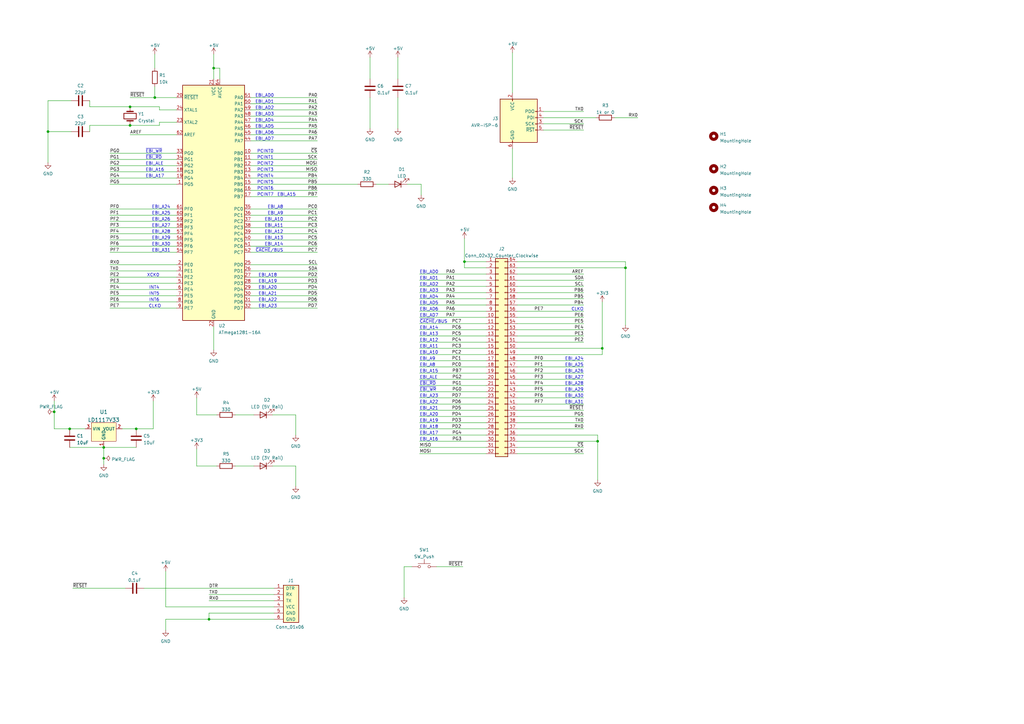
<source format=kicad_sch>
(kicad_sch (version 20211123) (generator eeschema)
  (paper "A3")
  (title_block (title "Atmega1281 Devboard (TQFP edition)") (date "2022-02-14") (rev "1") (company "Joshua Scoggins") (comment 1 "Uses common 32-bit connector"))
  (lib_symbols
    (symbol "Connector:AVR-ISP-6" (pin_names (offset 1.016))
      (property "Reference" "J?" (at -8.3819 2.1785 0))
      (property "Value" "AVR-ISP-6" (at -8.3819 -0.5966 0))
      (symbol "AVR-ISP-6_1_1"
        (pin passive line (at 10.16 5.08 180) (length 2.54) (name "PDO") (number "1"))
        (pin passive line (at -2.54 12.7 270) (length 2.54) (name "VCC") (number "2"))
        (pin passive line (at 10.16 0 180) (length 2.54) (name "SCK") (number "3"))
        (pin passive line (at 10.16 2.54 180) (length 2.54) (name "PDI") (number "4"))
        (pin passive line (at 10.16 -2.54 180) (length 2.54) (name "~{RST}") (number "5"))
        (pin passive line (at -2.54 -10.16 90) (length 2.54) (name "GND") (number "6"))
      )
    )
    (symbol "Connector_Generic:Conn_01x06" (pin_names (offset 1.016))
      (property "Reference" "J1" (at 3.175 8.255 0))
      (property "Value" "Conn_01x06" (at -1.27 -10.795 0))
      (symbol "Conn_01x06_1_1"
        (pin passive line (at -5.08 5.08 0) (length 3.81) (name "DTR") (number "1"))
        (pin passive line (at -5.08 2.54 0) (length 3.81) (name "RX") (number "2"))
        (pin passive line (at -5.08 0 0) (length 3.81) (name "TX") (number "3"))
        (pin passive line (at -5.08 -2.54 0) (length 3.81) (name "VCC") (number "4"))
        (pin passive line (at -5.08 -5.08 0) (length 3.81) (name "GND") (number "5"))
        (pin passive line (at -5.08 -7.62 0) (length 3.81) (name "GND") (number "6"))
      )
    )
    (symbol "Connector_Generic:Conn_02x32_Counter_Clockwise" (pin_names (offset 1.016) hide)
      (property "Reference" "J" (at 1.27 40.64 0))
      (property "Value" "Conn_02x32_Counter_Clockwise" (at 1.27 -43.18 0))
      (symbol "Conn_02x32_Counter_Clockwise_1_1"
        (pin passive line (at -5.08 38.1 0) (length 3.81) (name "Pin_1") (number "1"))
        (pin passive line (at -5.08 15.24 0) (length 3.81) (name "Pin_10") (number "10"))
        (pin passive line (at -5.08 12.7 0) (length 3.81) (name "Pin_11") (number "11"))
        (pin passive line (at -5.08 10.16 0) (length 3.81) (name "Pin_12") (number "12"))
        (pin passive line (at -5.08 7.62 0) (length 3.81) (name "Pin_13") (number "13"))
        (pin passive line (at -5.08 5.08 0) (length 3.81) (name "Pin_14") (number "14"))
        (pin passive line (at -5.08 2.54 0) (length 3.81) (name "Pin_15") (number "15"))
        (pin passive line (at -5.08 0 0) (length 3.81) (name "Pin_16") (number "16"))
        (pin passive line (at -5.08 -2.54 0) (length 3.81) (name "Pin_17") (number "17"))
        (pin passive line (at -5.08 -5.08 0) (length 3.81) (name "Pin_18") (number "18"))
        (pin passive line (at -5.08 -7.62 0) (length 3.81) (name "Pin_19") (number "19"))
        (pin passive line (at -5.08 35.56 0) (length 3.81) (name "Pin_2") (number "2"))
        (pin passive line (at -5.08 -10.16 0) (length 3.81) (name "Pin_20") (number "20"))
        (pin passive line (at -5.08 -12.7 0) (length 3.81) (name "Pin_21") (number "21"))
        (pin passive line (at -5.08 -15.24 0) (length 3.81) (name "Pin_22") (number "22"))
        (pin passive line (at -5.08 -17.78 0) (length 3.81) (name "Pin_23") (number "23"))
        (pin passive line (at -5.08 -20.32 0) (length 3.81) (name "Pin_24") (number "24"))
        (pin passive line (at -5.08 -22.86 0) (length 3.81) (name "Pin_25") (number "25"))
        (pin passive line (at -5.08 -25.4 0) (length 3.81) (name "Pin_26") (number "26"))
        (pin passive line (at -5.08 -27.94 0) (length 3.81) (name "Pin_27") (number "27"))
        (pin passive line (at -5.08 -30.48 0) (length 3.81) (name "Pin_28") (number "28"))
        (pin passive line (at -5.08 -33.02 0) (length 3.81) (name "Pin_29") (number "29"))
        (pin passive line (at -5.08 33.02 0) (length 3.81) (name "Pin_3") (number "3"))
        (pin passive line (at -5.08 -35.56 0) (length 3.81) (name "Pin_30") (number "30"))
        (pin passive line (at -5.08 -38.1 0) (length 3.81) (name "Pin_31") (number "31"))
        (pin passive line (at -5.08 -40.64 0) (length 3.81) (name "Pin_32") (number "32"))
        (pin passive line (at 7.62 -40.64 180) (length 3.81) (name "Pin_33") (number "33"))
        (pin passive line (at 7.62 -38.1 180) (length 3.81) (name "Pin_34") (number "34"))
        (pin passive line (at 7.62 -35.56 180) (length 3.81) (name "Pin_35") (number "35"))
        (pin passive line (at 7.62 -33.02 180) (length 3.81) (name "Pin_36") (number "36"))
        (pin passive line (at 7.62 -30.48 180) (length 3.81) (name "Pin_37") (number "37"))
        (pin passive line (at 7.62 -27.94 180) (length 3.81) (name "Pin_38") (number "38"))
        (pin passive line (at 7.62 -25.4 180) (length 3.81) (name "Pin_39") (number "39"))
        (pin passive line (at -5.08 30.48 0) (length 3.81) (name "Pin_4") (number "4"))
        (pin passive line (at 7.62 -22.86 180) (length 3.81) (name "Pin_40") (number "40"))
        (pin passive line (at 7.62 -20.32 180) (length 3.81) (name "Pin_41") (number "41"))
        (pin passive line (at 7.62 -17.78 180) (length 3.81) (name "Pin_42") (number "42"))
        (pin passive line (at 7.62 -15.24 180) (length 3.81) (name "Pin_43") (number "43"))
        (pin passive line (at 7.62 -12.7 180) (length 3.81) (name "Pin_44") (number "44"))
        (pin passive line (at 7.62 -10.16 180) (length 3.81) (name "Pin_45") (number "45"))
        (pin passive line (at 7.62 -7.62 180) (length 3.81) (name "Pin_46") (number "46"))
        (pin passive line (at 7.62 -5.08 180) (length 3.81) (name "Pin_47") (number "47"))
        (pin passive line (at 7.62 -2.54 180) (length 3.81) (name "Pin_48") (number "48"))
        (pin passive line (at 7.62 0 180) (length 3.81) (name "Pin_49") (number "49"))
        (pin passive line (at -5.08 27.94 0) (length 3.81) (name "Pin_5") (number "5"))
        (pin passive line (at 7.62 2.54 180) (length 3.81) (name "Pin_50") (number "50"))
        (pin passive line (at 7.62 5.08 180) (length 3.81) (name "Pin_51") (number "51"))
        (pin passive line (at 7.62 7.62 180) (length 3.81) (name "Pin_52") (number "52"))
        (pin passive line (at 7.62 10.16 180) (length 3.81) (name "Pin_53") (number "53"))
        (pin passive line (at 7.62 12.7 180) (length 3.81) (name "Pin_54") (number "54"))
        (pin passive line (at 7.62 15.24 180) (length 3.81) (name "Pin_55") (number "55"))
        (pin passive line (at 7.62 17.78 180) (length 3.81) (name "Pin_56") (number "56"))
        (pin passive line (at 7.62 20.32 180) (length 3.81) (name "Pin_57") (number "57"))
        (pin passive line (at 7.62 22.86 180) (length 3.81) (name "Pin_58") (number "58"))
        (pin passive line (at 7.62 25.4 180) (length 3.81) (name "Pin_59") (number "59"))
        (pin passive line (at -5.08 25.4 0) (length 3.81) (name "Pin_6") (number "6"))
        (pin passive line (at 7.62 27.94 180) (length 3.81) (name "Pin_60") (number "60"))
        (pin passive line (at 7.62 30.48 180) (length 3.81) (name "Pin_61") (number "61"))
        (pin passive line (at 7.62 33.02 180) (length 3.81) (name "Pin_62") (number "62"))
        (pin passive line (at 7.62 35.56 180) (length 3.81) (name "Pin_63") (number "63"))
        (pin passive line (at 7.62 38.1 180) (length 3.81) (name "Pin_64") (number "64"))
        (pin passive line (at -5.08 22.86 0) (length 3.81) (name "Pin_7") (number "7"))
        (pin passive line (at -5.08 20.32 0) (length 3.81) (name "Pin_8") (number "8"))
        (pin passive line (at -5.08 17.78 0) (length 3.81) (name "Pin_9") (number "9"))
      )
    )
    (symbol "Device:C" (pin_numbers hide) (pin_names (offset 0.254))
      (property "Reference" "C" (at 0.635 2.54 0))
      (property "Value" "C" (at 0.635 -2.54 0))
      (symbol "C_1_1"
        (pin passive line (at 0 3.81 270) (length 2.794) (name "~") (number "1"))
        (pin passive line (at 0 -3.81 90) (length 2.794) (name "~") (number "2"))
      )
    )
    (symbol "Device:Crystal" (pin_numbers hide) (pin_names (offset 1.016) hide)
      (property "Reference" "Y" (at 0 3.81 0))
      (property "Value" "Crystal" (at 0 -3.81 0))
      (symbol "Crystal_1_1"
        (pin passive line (at -3.81 0 0) (length 1.27) (name "1") (number "1"))
        (pin passive line (at 3.81 0 180) (length 1.27) (name "2") (number "2"))
      )
    )
    (symbol "Device:LED" (pin_numbers hide) (pin_names (offset 1.016) hide)
      (property "Reference" "D" (at 0 2.54 0))
      (property "Value" "LED" (at 0 -2.54 0))
      (symbol "LED_1_1"
        (pin passive line (at -3.81 0 0) (length 2.54) (name "K") (number "1"))
        (pin passive line (at 3.81 0 180) (length 2.54) (name "A") (number "2"))
      )
    )
    (symbol "Device:R" (pin_numbers hide) (pin_names (offset 0))
      (property "Reference" "R" (at 2.032 0 90))
      (property "Value" "R" (at 0 0 90))
      (symbol "R_1_1"
        (pin passive line (at 0 3.81 270) (length 1.27) (name "~") (number "1"))
        (pin passive line (at 0 -3.81 90) (length 1.27) (name "~") (number "2"))
      )
    )
    (symbol "MCU_Microchip_ATmega:ATmega1281-16A"
      (property "Reference" "U" (at -12.7 49.53 0))
      (property "Value" "ATmega1281-16A" (at 2.54 -49.53 0))
      (symbol "ATmega1281-16A_1_1"
        (pin bidirectional line (at -15.24 7.62 0) (length 2.54) (name "PG5") (number "1"))
        (pin bidirectional line (at 15.24 20.32 180) (length 2.54) (name "PB0") (number "10"))
        (pin bidirectional line (at 15.24 17.78 180) (length 2.54) (name "PB1") (number "11"))
        (pin bidirectional line (at 15.24 15.24 180) (length 2.54) (name "PB2") (number "12"))
        (pin bidirectional line (at 15.24 12.7 180) (length 2.54) (name "PB3") (number "13"))
        (pin bidirectional line (at 15.24 10.16 180) (length 2.54) (name "PB4") (number "14"))
        (pin bidirectional line (at 15.24 7.62 180) (length 2.54) (name "PB5") (number "15"))
        (pin bidirectional line (at 15.24 5.08 180) (length 2.54) (name "PB6") (number "16"))
        (pin bidirectional line (at 15.24 2.54 180) (length 2.54) (name "PB7") (number "17"))
        (pin bidirectional line (at -15.24 12.7 0) (length 2.54) (name "PG3") (number "18"))
        (pin bidirectional line (at -15.24 10.16 0) (length 2.54) (name "PG4") (number "19"))
        (pin bidirectional line (at -15.24 -25.4 0) (length 2.54) (name "PE0") (number "2"))
        (pin input line (at -15.24 43.18 0) (length 2.54) (name "~{RESET}") (number "20"))
        (pin power_in line (at 0 50.8 270) (length 2.54) (name "VCC") (number "21"))
        (pin power_in line (at 0 -50.8 90) (length 2.54) (name "GND") (number "22"))
        (pin output line (at -15.24 33.02 0) (length 2.54) (name "XTAL2") (number "23"))
        (pin input line (at -15.24 38.1 0) (length 2.54) (name "XTAL1") (number "24"))
        (pin bidirectional line (at 15.24 -25.4 180) (length 2.54) (name "PD0") (number "25"))
        (pin bidirectional line (at 15.24 -27.94 180) (length 2.54) (name "PD1") (number "26"))
        (pin bidirectional line (at 15.24 -30.48 180) (length 2.54) (name "PD2") (number "27"))
        (pin bidirectional line (at 15.24 -33.02 180) (length 2.54) (name "PD3") (number "28"))
        (pin bidirectional line (at 15.24 -35.56 180) (length 2.54) (name "PD4") (number "29"))
        (pin bidirectional line (at -15.24 -27.94 0) (length 2.54) (name "PE1") (number "3"))
        (pin bidirectional line (at 15.24 -38.1 180) (length 2.54) (name "PD5") (number "30"))
        (pin bidirectional line (at 15.24 -40.64 180) (length 2.54) (name "PD6") (number "31"))
        (pin bidirectional line (at 15.24 -43.18 180) (length 2.54) (name "PD7") (number "32"))
        (pin bidirectional line (at -15.24 20.32 0) (length 2.54) (name "PG0") (number "33"))
        (pin bidirectional line (at -15.24 17.78 0) (length 2.54) (name "PG1") (number "34"))
        (pin bidirectional line (at 15.24 -2.54 180) (length 2.54) (name "PC0") (number "35"))
        (pin bidirectional line (at 15.24 -5.08 180) (length 2.54) (name "PC1") (number "36"))
        (pin bidirectional line (at 15.24 -7.62 180) (length 2.54) (name "PC2") (number "37"))
        (pin bidirectional line (at 15.24 -10.16 180) (length 2.54) (name "PC3") (number "38"))
        (pin bidirectional line (at 15.24 -12.7 180) (length 2.54) (name "PC4") (number "39"))
        (pin bidirectional line (at -15.24 -30.48 0) (length 2.54) (name "PE2") (number "4"))
        (pin bidirectional line (at 15.24 -15.24 180) (length 2.54) (name "PC5") (number "40"))
        (pin bidirectional line (at 15.24 -17.78 180) (length 2.54) (name "PC6") (number "41"))
        (pin bidirectional line (at 15.24 -20.32 180) (length 2.54) (name "PC7") (number "42"))
        (pin bidirectional line (at -15.24 15.24 0) (length 2.54) (name "PG2") (number "43"))
        (pin bidirectional line (at 15.24 25.4 180) (length 2.54) (name "PA7") (number "44"))
        (pin bidirectional line (at 15.24 27.94 180) (length 2.54) (name "PA6") (number "45"))
        (pin bidirectional line (at 15.24 30.48 180) (length 2.54) (name "PA5") (number "46"))
        (pin bidirectional line (at 15.24 33.02 180) (length 2.54) (name "PA4") (number "47"))
        (pin bidirectional line (at 15.24 35.56 180) (length 2.54) (name "PA3") (number "48"))
        (pin bidirectional line (at 15.24 38.1 180) (length 2.54) (name "PA2") (number "49"))
        (pin bidirectional line (at -15.24 -33.02 0) (length 2.54) (name "PE3") (number "5"))
        (pin bidirectional line (at 15.24 40.64 180) (length 2.54) (name "PA1") (number "50"))
        (pin bidirectional line (at 15.24 43.18 180) (length 2.54) (name "PA0") (number "51"))
        (pin passive line (at 0 50.8 270) (length 2.54) hide (name "VCC") (number "52"))
        (pin passive line (at 0 -50.8 90) (length 2.54) hide (name "GND") (number "53"))
        (pin bidirectional line (at -15.24 -20.32 0) (length 2.54) (name "PF7") (number "54"))
        (pin bidirectional line (at -15.24 -17.78 0) (length 2.54) (name "PF6") (number "55"))
        (pin bidirectional line (at -15.24 -15.24 0) (length 2.54) (name "PF5") (number "56"))
        (pin bidirectional line (at -15.24 -12.7 0) (length 2.54) (name "PF4") (number "57"))
        (pin bidirectional line (at -15.24 -10.16 0) (length 2.54) (name "PF3") (number "58"))
        (pin bidirectional line (at -15.24 -7.62 0) (length 2.54) (name "PF2") (number "59"))
        (pin bidirectional line (at -15.24 -35.56 0) (length 2.54) (name "PE4") (number "6"))
        (pin bidirectional line (at -15.24 -5.08 0) (length 2.54) (name "PF1") (number "60"))
        (pin bidirectional line (at -15.24 -2.54 0) (length 2.54) (name "PF0") (number "61"))
        (pin passive line (at -15.24 27.94 0) (length 2.54) (name "AREF") (number "62"))
        (pin passive line (at 0 -50.8 90) (length 2.54) hide (name "GND") (number "63"))
        (pin power_in line (at 2.54 50.8 270) (length 2.54) (name "AVCC") (number "64"))
        (pin bidirectional line (at -15.24 -38.1 0) (length 2.54) (name "PE5") (number "7"))
        (pin bidirectional line (at -15.24 -40.64 0) (length 2.54) (name "PE6") (number "8"))
        (pin bidirectional line (at -15.24 -43.18 0) (length 2.54) (name "PE7") (number "9"))
      )
    )
    (symbol "Mechanical:MountingHole" (pin_names (offset 1.016))
      (property "Reference" "H" (at 0 5.08 0))
      (property "Value" "MountingHole" (at 0 3.175 0))
    )
    (symbol "Switch:SW_Push" (pin_numbers hide) (pin_names (offset 1.016) hide)
      (property "Reference" "SW" (at 1.27 2.54 0))
      (property "Value" "SW_Push" (at 0 -1.524 0))
      (symbol "SW_Push_0_1"
        (pin passive line (at -5.08 0 0) (length 2.54) (name "1") (number "1"))
        (pin passive line (at 5.08 0 180) (length 2.54) (name "2") (number "2"))
      )
    )
    (symbol "dk_PMIC-Voltage-Regulators-Linear:LD1117V33"
      (property "Reference" "U" (at 0 3.81 0))
      (property "Value" "LD1117V33" (at 0 6.35 0))
      (symbol "LD1117V33_1_1"
        (pin power_in line (at 0 -7.62 90) (length 2.54) (name "GND") (number "1"))
        (pin power_out line (at 7.62 0 180) (length 2.54) (name "VOUT") (number "2"))
        (pin power_in line (at -7.62 0 0) (length 2.54) (name "VIN") (number "3"))
      )
    )
    (symbol "power:+3.3V" (power) (pin_names (offset 0))
      (property "Value" "+3.3V" (at 0 3.556 0))
      (symbol "+3.3V_1_1"
        (pin power_in line (at 0 0 90) (length 0) hide (name "+3V3") (number "1"))
      )
    )
    (symbol "power:+5V" (power) (pin_names (offset 0))
      (property "Value" "+5V" (at 0 3.556 0))
      (symbol "+5V_1_1"
        (pin power_in line (at 0 0 90) (length 0) hide (name "+5V") (number "1"))
      )
    )
    (symbol "power:GND" (power) (pin_names (offset 0))
      (property "Value" "GND" (at 0 -3.81 0))
      (symbol "GND_1_1"
        (pin power_in line (at 0 0 270) (length 0) hide (name "GND") (number "1"))
      )
    )
    (symbol "power:PWR_FLAG" (power) (pin_numbers hide) (pin_names (offset 0) hide)
      (property "Value" "PWR_FLAG" (at 0 3.81 0))
      (symbol "PWR_FLAG_0_0"
        (pin power_out line (at 0 0 90) (length 0) (name "pwr") (number "1"))
      )
    )
  )
  (junction (at 190.5 107.315))
  (junction (at 53.34 51.435))
  (junction (at 55.88 175.895))
  (junction (at 256.54 109.855))
  (junction (at 85.725 254))
  (junction (at 28.575 175.895))
  (junction (at 42.545 187.96))
  (junction (at 245.11 180.975))
  (junction (at 53.34 43.815))
  (junction (at 63.5 40.005))
  (junction (at 87.63 27.94))
  (junction (at 22.225 168.91))
  (junction (at 42.545 183.515))
  (junction (at 247.015 142.875))
  (junction (at 19.685 53.975))
  (wire (pts (xy 63.5 35.56) (xy 63.5 40.005)))
  (wire (pts (xy 212.09 120.015) (xy 239.395 120.015)))
  (wire (pts (xy 245.11 178.435) (xy 245.11 180.975)))
  (wire (pts (xy 239.395 173.355) (xy 212.09 173.355)))
  (wire (pts (xy 55.88 175.895) (xy 62.865 175.895)))
  (wire (pts (xy 212.09 140.335) (xy 239.395 140.335)))
  (wire (pts (xy 102.87 116.205) (xy 130.175 116.205)))
  (wire (pts (xy 85.725 246.38) (xy 112.395 246.38)))
  (wire (pts (xy 212.09 107.315) (xy 256.54 107.315)))
  (wire (pts (xy 212.09 109.855) (xy 256.54 109.855)))
  (wire (pts (xy 256.54 109.855) (xy 256.54 133.35)))
  (wire (pts (xy 172.085 155.575) (xy 199.39 155.575)))
  (wire (pts (xy 199.39 114.935) (xy 172.085 114.935)))
  (wire (pts (xy 212.09 155.575) (xy 239.395 155.575)))
  (wire (pts (xy 239.395 183.515) (xy 212.09 183.515)))
  (wire (pts (xy 50.165 175.895) (xy 55.88 175.895)))
  (wire (pts (xy 102.87 40.005) (xy 130.175 40.005)))
  (wire (pts (xy 45.085 65.405) (xy 72.39 65.405)))
  (wire (pts (xy 72.39 103.505) (xy 45.085 103.505)))
  (wire (pts (xy 212.09 147.955) (xy 239.395 147.955)))
  (wire (pts (xy 222.885 48.26) (xy 244.475 48.26)))
  (wire (pts (xy 80.645 184.15) (xy 80.645 191.135)))
  (wire (pts (xy 172.085 186.055) (xy 199.39 186.055)))
  (wire (pts (xy 172.085 170.815) (xy 199.39 170.815)))
  (wire (pts (xy 90.17 32.385) (xy 90.17 27.94)))
  (wire (pts (xy 45.085 62.865) (xy 72.39 62.865)))
  (wire (pts (xy 212.09 165.735) (xy 239.395 165.735)))
  (wire (pts (xy 222.885 50.8) (xy 239.395 50.8)))
  (wire (pts (xy 199.39 127.635) (xy 172.085 127.635)))
  (wire (pts (xy 72.39 90.805) (xy 45.085 90.805)))
  (wire (pts (xy 165.735 232.41) (xy 165.735 245.11)))
  (wire (pts (xy 102.87 88.265) (xy 130.175 88.265)))
  (wire (pts (xy 102.87 95.885) (xy 130.175 95.885)))
  (wire (pts (xy 65.405 43.815) (xy 65.405 45.085)))
  (wire (pts (xy 42.545 183.515) (xy 55.88 183.515)))
  (wire (pts (xy 154.305 75.565) (xy 159.385 75.565)))
  (wire (pts (xy 72.39 111.125) (xy 45.085 111.125)))
  (wire (pts (xy 45.085 126.365) (xy 72.39 126.365)))
  (wire (pts (xy 210.185 60.96) (xy 210.185 73.025)))
  (wire (pts (xy 172.085 165.735) (xy 199.39 165.735)))
  (wire (pts (xy 239.395 186.055) (xy 212.09 186.055)))
  (wire (pts (xy 22.225 168.91) (xy 22.225 175.895)))
  (wire (pts (xy 212.09 145.415) (xy 247.015 145.415)))
  (wire (pts (xy 199.39 142.875) (xy 172.085 142.875)))
  (wire (pts (xy 172.085 163.195) (xy 199.39 163.195)))
  (wire (pts (xy 67.945 254) (xy 67.945 258.445)))
  (wire (pts (xy 28.575 183.515) (xy 42.545 183.515)))
  (wire (pts (xy 121.285 170.18) (xy 121.285 178.435)))
  (wire (pts (xy 36.83 43.815) (xy 36.83 41.275)))
  (wire (pts (xy 210.185 21.59) (xy 210.185 38.1)))
  (wire (pts (xy 90.17 27.94) (xy 87.63 27.94)))
  (wire (pts (xy 102.87 90.805) (xy 130.175 90.805)))
  (wire (pts (xy 67.945 234.315) (xy 67.945 248.92)))
  (wire (pts (xy 72.39 93.345) (xy 45.085 93.345)))
  (wire (pts (xy 121.285 191.135) (xy 121.285 199.39)))
  (wire (pts (xy 102.87 67.945) (xy 130.175 67.945)))
  (wire (pts (xy 102.87 57.785) (xy 130.175 57.785)))
  (wire (pts (xy 63.5 40.005) (xy 72.39 40.005)))
  (wire (pts (xy 172.085 180.975) (xy 199.39 180.975)))
  (wire (pts (xy 34.925 175.895) (xy 28.575 175.895)))
  (wire (pts (xy 212.09 117.475) (xy 239.395 117.475)))
  (wire (pts (xy 245.11 178.435) (xy 212.09 178.435)))
  (wire (pts (xy 72.39 118.745) (xy 45.085 118.745)))
  (wire (pts (xy 72.39 95.885) (xy 45.085 95.885)))
  (wire (pts (xy 222.885 53.34) (xy 239.395 53.34)))
  (wire (pts (xy 28.575 175.895) (xy 22.225 175.895)))
  (wire (pts (xy 102.87 108.585) (xy 130.175 108.585)))
  (wire (pts (xy 199.39 150.495) (xy 172.085 150.495)))
  (wire (pts (xy 172.085 175.895) (xy 199.39 175.895)))
  (wire (pts (xy 19.685 53.975) (xy 19.685 66.675)))
  (wire (pts (xy 199.39 109.855) (xy 190.5 109.855)))
  (wire (pts (xy 151.765 40.005) (xy 151.765 52.705)))
  (wire (pts (xy 172.085 183.515) (xy 199.39 183.515)))
  (wire (pts (xy 190.5 97.79) (xy 190.5 107.315)))
  (wire (pts (xy 19.685 41.275) (xy 19.685 53.975)))
  (wire (pts (xy 53.34 43.815) (xy 36.83 43.815)))
  (wire (pts (xy 212.09 127.635) (xy 239.395 127.635)))
  (wire (pts (xy 65.405 45.085) (xy 72.39 45.085)))
  (wire (pts (xy 199.39 147.955) (xy 172.085 147.955)))
  (wire (pts (xy 212.09 132.715) (xy 239.395 132.715)))
  (wire (pts (xy 45.085 73.025) (xy 72.39 73.025)))
  (wire (pts (xy 65.405 51.435) (xy 65.405 50.165)))
  (wire (pts (xy 212.09 135.255) (xy 239.395 135.255)))
  (wire (pts (xy 172.085 178.435) (xy 199.39 178.435)))
  (wire (pts (xy 172.085 168.275) (xy 199.39 168.275)))
  (wire (pts (xy 212.09 112.395) (xy 239.395 112.395)))
  (wire (pts (xy 85.725 254) (xy 112.395 254)))
  (wire (pts (xy 102.87 121.285) (xy 130.175 121.285)))
  (wire (pts (xy 212.09 130.175) (xy 239.395 130.175)))
  (wire (pts (xy 29.845 241.3) (xy 51.435 241.3)))
  (wire (pts (xy 247.015 123.825) (xy 247.015 142.875)))
  (wire (pts (xy 239.395 168.275) (xy 212.09 168.275)))
  (wire (pts (xy 212.09 114.935) (xy 239.395 114.935)))
  (wire (pts (xy 102.87 100.965) (xy 130.175 100.965)))
  (wire (pts (xy 172.085 158.115) (xy 199.39 158.115)))
  (wire (pts (xy 45.085 75.565) (xy 72.39 75.565)))
  (wire (pts (xy 80.645 163.195) (xy 80.645 170.18)))
  (wire (pts (xy 199.39 135.255) (xy 172.085 135.255)))
  (wire (pts (xy 212.09 122.555) (xy 239.395 122.555)))
  (wire (pts (xy 53.34 40.005) (xy 63.5 40.005)))
  (wire (pts (xy 102.87 85.725) (xy 130.175 85.725)))
  (wire (pts (xy 88.9 191.135) (xy 80.645 191.135)))
  (wire (pts (xy 199.39 140.335) (xy 172.085 140.335)))
  (wire (pts (xy 36.83 51.435) (xy 36.83 53.975)))
  (wire (pts (xy 62.865 164.465) (xy 62.865 175.895)))
  (wire (pts (xy 63.5 22.225) (xy 63.5 27.94)))
  (wire (pts (xy 212.09 142.875) (xy 247.015 142.875)))
  (wire (pts (xy 199.39 145.415) (xy 172.085 145.415)))
  (wire (pts (xy 168.91 232.41) (xy 165.735 232.41)))
  (wire (pts (xy 199.39 122.555) (xy 172.085 122.555)))
  (wire (pts (xy 102.87 52.705) (xy 130.175 52.705)))
  (wire (pts (xy 102.87 75.565) (xy 146.685 75.565)))
  (wire (pts (xy 199.39 130.175) (xy 172.085 130.175)))
  (wire (pts (xy 72.39 108.585) (xy 45.085 108.585)))
  (wire (pts (xy 199.39 125.095) (xy 172.085 125.095)))
  (wire (pts (xy 163.195 40.005) (xy 163.195 52.705)))
  (wire (pts (xy 96.52 191.135) (xy 104.14 191.135)))
  (wire (pts (xy 167.005 75.565) (xy 172.72 75.565)))
  (wire (pts (xy 179.07 232.41) (xy 189.865 232.41)))
  (wire (pts (xy 172.085 153.035) (xy 199.39 153.035)))
  (wire (pts (xy 102.87 65.405) (xy 130.175 65.405)))
  (wire (pts (xy 199.39 120.015) (xy 172.085 120.015)))
  (wire (pts (xy 102.87 55.245) (xy 130.175 55.245)))
  (wire (pts (xy 256.54 107.315) (xy 256.54 109.855)))
  (wire (pts (xy 19.685 53.975) (xy 29.21 53.975)))
  (wire (pts (xy 87.63 27.94) (xy 87.63 32.385)))
  (wire (pts (xy 172.085 160.655) (xy 199.39 160.655)))
  (wire (pts (xy 199.39 137.795) (xy 172.085 137.795)))
  (wire (pts (xy 42.545 187.96) (xy 42.545 190.5)))
  (wire (pts (xy 247.015 142.875) (xy 247.015 145.415)))
  (wire (pts (xy 102.87 45.085) (xy 130.175 45.085)))
  (wire (pts (xy 102.87 123.825) (xy 130.175 123.825)))
  (wire (pts (xy 212.09 160.655) (xy 239.395 160.655)))
  (wire (pts (xy 212.09 163.195) (xy 239.395 163.195)))
  (wire (pts (xy 245.11 180.975) (xy 212.09 180.975)))
  (wire (pts (xy 85.725 243.84) (xy 112.395 243.84)))
  (wire (pts (xy 53.34 43.815) (xy 65.405 43.815)))
  (wire (pts (xy 239.395 175.895) (xy 212.09 175.895)))
  (wire (pts (xy 102.87 111.125) (xy 130.175 111.125)))
  (wire (pts (xy 199.39 112.395) (xy 172.085 112.395)))
  (wire (pts (xy 72.39 123.825) (xy 45.085 123.825)))
  (wire (pts (xy 212.09 153.035) (xy 239.395 153.035)))
  (wire (pts (xy 72.39 121.285) (xy 45.085 121.285)))
  (wire (pts (xy 245.11 180.975) (xy 245.11 196.85)))
  (wire (pts (xy 172.72 75.565) (xy 172.72 80.01)))
  (wire (pts (xy 72.39 98.425) (xy 45.085 98.425)))
  (wire (pts (xy 88.9 170.18) (xy 80.645 170.18)))
  (wire (pts (xy 172.085 173.355) (xy 199.39 173.355)))
  (wire (pts (xy 96.52 170.18) (xy 104.14 170.18)))
  (wire (pts (xy 72.39 100.965) (xy 45.085 100.965)))
  (wire (pts (xy 42.545 183.515) (xy 42.545 187.96)))
  (wire (pts (xy 102.87 70.485) (xy 130.175 70.485)))
  (wire (pts (xy 67.945 248.92) (xy 112.395 248.92)))
  (wire (pts (xy 102.87 47.625) (xy 130.175 47.625)))
  (wire (pts (xy 45.085 88.265) (xy 72.39 88.265)))
  (wire (pts (xy 199.39 132.715) (xy 172.085 132.715)))
  (wire (pts (xy 72.39 116.205) (xy 45.085 116.205)))
  (wire (pts (xy 212.09 150.495) (xy 239.395 150.495)))
  (wire (pts (xy 87.63 133.985) (xy 87.63 143.51)))
  (wire (pts (xy 102.87 62.865) (xy 130.175 62.865)))
  (wire (pts (xy 190.5 109.855) (xy 190.5 107.315)))
  (wire (pts (xy 29.21 41.275) (xy 19.685 41.275)))
  (wire (pts (xy 87.63 22.225) (xy 87.63 27.94)))
  (wire (pts (xy 102.87 80.645) (xy 130.175 80.645)))
  (wire (pts (xy 111.76 191.135) (xy 121.285 191.135)))
  (wire (pts (xy 102.87 98.425) (xy 130.175 98.425)))
  (wire (pts (xy 72.39 113.665) (xy 45.085 113.665)))
  (wire (pts (xy 53.34 55.245) (xy 72.39 55.245)))
  (wire (pts (xy 85.725 251.46) (xy 112.395 251.46)))
  (wire (pts (xy 53.34 51.435) (xy 36.83 51.435)))
  (wire (pts (xy 59.055 241.3) (xy 112.395 241.3)))
  (wire (pts (xy 45.085 85.725) (xy 72.39 85.725)))
  (wire (pts (xy 102.87 42.545) (xy 130.175 42.545)))
  (wire (pts (xy 163.195 23.495) (xy 163.195 32.385)))
  (wire (pts (xy 102.87 103.505) (xy 130.175 103.505)))
  (wire (pts (xy 151.765 23.495) (xy 151.765 32.385)))
  (wire (pts (xy 212.09 125.095) (xy 239.395 125.095)))
  (wire (pts (xy 102.87 50.165) (xy 130.175 50.165)))
  (wire (pts (xy 67.945 254) (xy 85.725 254)))
  (wire (pts (xy 199.39 117.475) (xy 172.085 117.475)))
  (wire (pts (xy 22.225 164.465) (xy 22.225 168.91)))
  (wire (pts (xy 102.87 73.025) (xy 130.175 73.025)))
  (wire (pts (xy 85.725 251.46) (xy 85.725 254)))
  (wire (pts (xy 102.87 126.365) (xy 130.175 126.365)))
  (wire (pts (xy 212.09 137.795) (xy 239.395 137.795)))
  (wire (pts (xy 65.405 50.165) (xy 72.39 50.165)))
  (wire (pts (xy 45.085 67.945) (xy 72.39 67.945)))
  (wire (pts (xy 212.09 158.115) (xy 239.395 158.115)))
  (wire (pts (xy 239.395 170.815) (xy 212.09 170.815)))
  (wire (pts (xy 102.87 118.745) (xy 130.175 118.745)))
  (wire (pts (xy 102.87 113.665) (xy 130.175 113.665)))
  (wire (pts (xy 222.885 45.72) (xy 239.395 45.72)))
  (wire (pts (xy 102.87 93.345) (xy 130.175 93.345)))
  (wire (pts (xy 102.87 78.105) (xy 130.175 78.105)))
  (wire (pts (xy 111.76 170.18) (xy 121.285 170.18)))
  (wire (pts (xy 53.34 51.435) (xy 65.405 51.435)))
  (wire (pts (xy 252.095 48.26) (xy 261.62 48.26)))
  (wire (pts (xy 45.085 70.485) (xy 72.39 70.485)))
  (wire (pts (xy 199.39 107.315) (xy 190.5 107.315)))
  (text "EBI_A27" (at 62.23 93.345 0) (effects (font (size 1.27 1.27)) (justify left bottom)))
  (text "INT4" (at 65.405 118.745 180) (effects (font (size 1.27 1.27)) (justify right bottom)))
  (text "EBI_A29" (at 239.395 160.655 180) (effects (font (size 1.27 1.27)) (justify right bottom)))
  (text "INT5" (at 65.405 121.285 180) (effects (font (size 1.27 1.27)) (justify right bottom)))
  (text "CLKO" (at 239.395 127.635 180) (effects (font (size 1.27 1.27)) (justify right bottom)))
  (text "EBI_A21" (at 113.665 121.285 180) (effects (font (size 1.27 1.27)) (justify right bottom)))
  (text "EBI_A17" (at 59.69 73.025 0) (effects (font (size 1.27 1.27)) (justify left bottom)))
  (text "EBI_A21" (at 172.085 168.275 0) (effects (font (size 1.27 1.27)) (justify left bottom)))
  (text "EBI_A31" (at 62.23 103.505 0) (effects (font (size 1.27 1.27)) (justify left bottom)))
  (text "PCINT3" (at 105.41 70.485 0) (effects (font (size 1.27 1.27)) (justify left bottom)))
  (text "EBI_A8" (at 116.205 85.725 180) (effects (font (size 1.27 1.27)) (justify right bottom)))
  (text "PCINT2" (at 105.41 67.945 0) (effects (font (size 1.27 1.27)) (justify left bottom)))
  (text "EBI_A28" (at 239.395 158.115 180) (effects (font (size 1.27 1.27)) (justify right bottom)))
  (text "EBI_A12" (at 116.205 95.885 180) (effects (font (size 1.27 1.27)) (justify right bottom)))
  (text "EBI_AD5" (at 112.395 52.705 180) (effects (font (size 1.27 1.27)) (justify right bottom)))
  (text "EBI_A24" (at 62.23 85.725 0) (effects (font (size 1.27 1.27)) (justify left bottom)))
  (text "EBI_A31" (at 239.395 165.735 180) (effects (font (size 1.27 1.27)) (justify right bottom)))
  (text "EBI_A16" (at 172.085 180.975 0) (effects (font (size 1.27 1.27)) (justify left bottom)))
  (text "PCINT0" (at 105.41 62.865 0) (effects (font (size 1.27 1.27)) (justify left bottom)))
  (text "EBI_AD0" (at 172.085 112.395 0) (effects (font (size 1.27 1.27)) (justify left bottom)))
  (text "EBI_A14" (at 172.085 135.255 0) (effects (font (size 1.27 1.27)) (justify left bottom)))
  (text "EBI_A19" (at 113.665 116.205 180) (effects (font (size 1.27 1.27)) (justify right bottom)))
  (text "EBI_AD7" (at 112.395 57.785 180) (effects (font (size 1.27 1.27)) (justify right bottom)))
  (text "EBI_AD3" (at 172.085 120.015 0) (effects (font (size 1.27 1.27)) (justify left bottom)))
  (text "EBI_A16" (at 59.69 70.485 0) (effects (font (size 1.27 1.27)) (justify left bottom)))
  (text "EBI_A13" (at 116.205 98.425 180) (effects (font (size 1.27 1.27)) (justify right bottom)))
  (text "EBI_AD7" (at 172.085 130.175 0) (effects (font (size 1.27 1.27)) (justify left bottom)))
  (text "EBI_A22" (at 113.665 123.825 180) (effects (font (size 1.27 1.27)) (justify right bottom)))
  (text "EBI_AD4" (at 172.085 122.555 0) (effects (font (size 1.27 1.27)) (justify left bottom)))
  (text "EBI_A13" (at 172.085 137.795 0) (effects (font (size 1.27 1.27)) (justify left bottom)))
  (text "EBI_A28" (at 62.23 95.885 0) (effects (font (size 1.27 1.27)) (justify left bottom)))
  (text "PCINT6" (at 105.41 78.105 0) (effects (font (size 1.27 1.27)) (justify left bottom)))
  (text "EBI_A23" (at 172.085 163.195 0) (effects (font (size 1.27 1.27)) (justify left bottom)))
  (text "CLKO" (at 60.96 126.365 0) (effects (font (size 1.27 1.27)) (justify left bottom)))
  (text "EBI_A29" (at 62.23 98.425 0) (effects (font (size 1.27 1.27)) (justify left bottom)))
  (text "EBI_AD1" (at 172.085 114.935 0) (effects (font (size 1.27 1.27)) (justify left bottom)))
  (text "~{EBI_RD}" (at 59.69 65.405 0) (effects (font (size 1.27 1.27)) (justify left bottom)))
  (text "EBI_AD6" (at 172.085 127.635 0) (effects (font (size 1.27 1.27)) (justify left bottom)))
  (text "EBI_A23" (at 113.665 126.365 180) (effects (font (size 1.27 1.27)) (justify right bottom)))
  (text "~{CACHE}/BUS" (at 116.205 103.505 180) (effects (font (size 1.27 1.27)) (justify right bottom)))
  (text "PCINT1" (at 105.41 65.405 0) (effects (font (size 1.27 1.27)) (justify left bottom)))
  (text "EBI_A26" (at 239.395 153.035 180) (effects (font (size 1.27 1.27)) (justify right bottom)))
  (text "EBI_ALE" (at 59.69 67.945 0) (effects (font (size 1.27 1.27)) (justify left bottom)))
  (text "EBI_AD0" (at 112.395 40.005 180) (effects (font (size 1.27 1.27)) (justify right bottom)))
  (text "EBI_A25" (at 239.395 150.495 180) (effects (font (size 1.27 1.27)) (justify right bottom)))
  (text "EBI_AD1" (at 112.395 42.545 180) (effects (font (size 1.27 1.27)) (justify right bottom)))
  (text "PCINT5" (at 105.41 75.565 0) (effects (font (size 1.27 1.27)) (justify left bottom)))
  (text "EBI_A22" (at 172.085 165.735 0) (effects (font (size 1.27 1.27)) (justify left bottom)))
  (text "EBI_A8" (at 172.085 150.495 0) (effects (font (size 1.27 1.27)) (justify left bottom)))
  (text "EBI_A25" (at 62.23 88.265 0) (effects (font (size 1.27 1.27)) (justify left bottom)))
  (text "~{EBI_RD}" (at 172.085 158.115 0) (effects (font (size 1.27 1.27)) (justify left bottom)))
  (text "XCK0" (at 65.405 113.665 180) (effects (font (size 1.27 1.27)) (justify right bottom)))
  (text "EBI_A26" (at 62.23 90.805 0) (effects (font (size 1.27 1.27)) (justify left bottom)))
  (text "PCINT7" (at 105.41 80.645 0) (effects (font (size 1.27 1.27)) (justify left bottom)))
  (text "~{EBI_WR}" (at 59.69 62.865 0) (effects (font (size 1.27 1.27)) (justify left bottom)))
  (text "EBI_A19" (at 172.085 173.355 0) (effects (font (size 1.27 1.27)) (justify left bottom)))
  (text "INT6" (at 65.405 123.825 180) (effects (font (size 1.27 1.27)) (justify right bottom)))
  (text "EBI_A24" (at 239.395 147.955 180) (effects (font (size 1.27 1.27)) (justify right bottom)))
  (text "EBI_A30" (at 239.395 163.195 180) (effects (font (size 1.27 1.27)) (justify right bottom)))
  (text "EBI_A11" (at 116.205 93.345 180) (effects (font (size 1.27 1.27)) (justify right bottom)))
  (text "EBI_A27" (at 239.395 155.575 180) (effects (font (size 1.27 1.27)) (justify right bottom)))
  (text "EBI_A18" (at 172.085 175.895 0) (effects (font (size 1.27 1.27)) (justify left bottom)))
  (text "EBI_AD3" (at 112.395 47.625 180) (effects (font (size 1.27 1.27)) (justify right bottom)))
  (text "EBI_A11" (at 172.085 142.875 0) (effects (font (size 1.27 1.27)) (justify left bottom)))
  (text "EBI_A18" (at 113.665 113.665 180) (effects (font (size 1.27 1.27)) (justify right bottom)))
  (text "EBI_ALE" (at 172.085 155.575 0) (effects (font (size 1.27 1.27)) (justify left bottom)))
  (text "EBI_A10" (at 172.085 145.415 0) (effects (font (size 1.27 1.27)) (justify left bottom)))
  (text "EBI_A15" (at 113.665 80.645 0) (effects (font (size 1.27 1.27)) (justify left bottom)))
  (text "~{CACHE}/BUS" (at 172.085 132.715 0) (effects (font (size 1.27 1.27)) (justify left bottom)))
  (text "~{EBI_WR}" (at 172.085 160.655 0) (effects (font (size 1.27 1.27)) (justify left bottom)))
  (text "EBI_A15" (at 172.085 153.035 0) (effects (font (size 1.27 1.27)) (justify left bottom)))
  (text "EBI_A9" (at 116.205 88.265 180) (effects (font (size 1.27 1.27)) (justify right bottom)))
  (text "EBI_A17" (at 172.085 178.435 0) (effects (font (size 1.27 1.27)) (justify left bottom)))
  (text "EBI_AD5" (at 172.085 125.095 0) (effects (font (size 1.27 1.27)) (justify left bottom)))
  (text "EBI_AD6" (at 112.395 55.245 180) (effects (font (size 1.27 1.27)) (justify right bottom)))
  (text "EBI_A10" (at 116.205 90.805 180) (effects (font (size 1.27 1.27)) (justify right bottom)))
  (text "EBI_A30" (at 62.23 100.965 0) (effects (font (size 1.27 1.27)) (justify left bottom)))
  (text "EBI_A14" (at 116.205 100.965 180) (effects (font (size 1.27 1.27)) (justify right bottom)))
  (text "EBI_A12" (at 172.085 140.335 0) (effects (font (size 1.27 1.27)) (justify left bottom)))
  (text "PCINT4" (at 105.41 73.025 0) (effects (font (size 1.27 1.27)) (justify left bottom)))
  (text "EBI_AD4" (at 112.395 50.165 180) (effects (font (size 1.27 1.27)) (justify right bottom)))
  (text "EBI_AD2" (at 112.395 45.085 180) (effects (font (size 1.27 1.27)) (justify right bottom)))
  (text "EBI_AD2" (at 172.085 117.475 0) (effects (font (size 1.27 1.27)) (justify left bottom)))
  (text "EBI_A9" (at 172.085 147.955 0) (effects (font (size 1.27 1.27)) (justify left bottom)))
  (text "EBI_A20" (at 113.665 118.745 180) (effects (font (size 1.27 1.27)) (justify right bottom)))
  (text "EBI_A20" (at 172.085 170.815 0) (effects (font (size 1.27 1.27)) (justify left bottom)))
  (label "PD6" (at 130.175 123.825 180))
  (label "RX0" (at 45.085 108.585 0))
  (label "PA2" (at 130.175 45.085 180))
  (label "PG1" (at 185.42 158.115 0))
  (label "PG0" (at 45.085 62.865 0))
  (label "SCK" (at 130.175 65.405 180))
  (label "PF6" (at 45.085 100.965 0))
  (label "PE3" (at 239.395 137.795 180))
  (label "PA6" (at 130.175 55.245 180))
  (label "PG3" (at 185.42 180.975 0))
  (label "PF2" (at 45.085 90.805 0))
  (label "TX0" (at 239.395 45.72 180))
  (label "PG0" (at 185.42 160.655 0))
  (label "~{RESET}" (at 239.395 53.34 180))
  (label "~{RESET}" (at 189.865 232.41 180))
  (label "PC0" (at 130.175 85.725 180))
  (label "PF6" (at 219.075 163.195 0))
  (label "PB4" (at 130.175 73.025 180))
  (label "PD2" (at 130.175 113.665 180))
  (label "PC3" (at 189.23 142.875 180))
  (label "PA6" (at 182.88 127.635 0))
  (label "SCL" (at 239.395 117.475 180))
  (label "PF4" (at 219.075 158.115 0))
  (label "RX0" (at 261.62 48.26 180))
  (label "PG5" (at 45.085 75.565 0))
  (label "PE7" (at 45.085 126.365 0))
  (label "PC5" (at 189.23 137.795 180))
  (label "PA7" (at 182.88 130.175 0))
  (label "PD7" (at 189.23 163.195 180))
  (label "PF4" (at 45.085 95.885 0))
  (label "~{CS}" (at 130.175 62.865 180))
  (label "PF3" (at 45.085 93.345 0))
  (label "DTR" (at 85.725 241.3 0))
  (label "SCL" (at 130.175 108.585 180))
  (label "PC4" (at 130.175 95.885 180))
  (label "PC3" (at 130.175 93.345 180))
  (label "PC6" (at 189.23 135.255 180))
  (label "PB4" (at 239.395 125.095 180))
  (label "MOSI" (at 172.085 186.055 0))
  (label "PE7" (at 219.075 127.635 0))
  (label "PG1" (at 45.085 65.405 0))
  (label "PG2" (at 185.42 155.575 0))
  (label "PF1" (at 219.075 150.495 0))
  (label "PE6" (at 239.395 130.175 180))
  (label "PF7" (at 219.075 165.735 0))
  (label "PD6" (at 189.23 165.735 180))
  (label "PE4" (at 239.395 135.255 180))
  (label "PD2" (at 189.23 175.895 180))
  (label "SDA" (at 239.395 114.935 180))
  (label "PA5" (at 182.88 125.095 0))
  (label "PD5" (at 130.175 121.285 180))
  (label "MISO" (at 130.175 70.485 180))
  (label "MISO" (at 172.085 183.515 0))
  (label "AREF" (at 239.395 112.395 180))
  (label "PA4" (at 182.88 122.555 0))
  (label "PB5" (at 239.395 122.555 180))
  (label "TX0" (at 239.395 173.355 180))
  (label "PD5" (at 189.23 168.275 180))
  (label "PE4" (at 45.085 118.745 0))
  (label "PG5" (at 239.395 170.815 180))
  (label "TX0" (at 85.725 243.84 0))
  (label "PG3" (at 45.085 70.485 0))
  (label "PF3" (at 219.075 155.575 0))
  (label "PD7" (at 130.175 126.365 180))
  (label "PE5" (at 239.395 132.715 180))
  (label "~{RESET}" (at 239.395 168.275 180))
  (label "PF5" (at 45.085 98.425 0))
  (label "PB6" (at 239.395 120.015 180))
  (label "PF0" (at 45.085 85.725 0))
  (label "PE2" (at 45.085 113.665 0))
  (label "PE6" (at 45.085 123.825 0))
  (label "PD3" (at 189.23 173.355 180))
  (label "PF0" (at 219.075 147.955 0))
  (label "PC5" (at 130.175 98.425 180))
  (label "PG4" (at 185.42 178.435 0))
  (label "PG2" (at 45.085 67.945 0))
  (label "~{RESET}" (at 53.34 40.005 0))
  (label "PA3" (at 130.175 47.625 180))
  (label "SCK" (at 239.395 186.055 180))
  (label "PA1" (at 182.88 114.935 0))
  (label "PC2" (at 189.23 145.415 180))
  (label "PC0" (at 189.23 150.495 180))
  (label "~{RESET}" (at 29.845 241.3 0))
  (label "PF5" (at 219.075 160.655 0))
  (label "PA2" (at 182.88 117.475 0))
  (label "PD4" (at 189.23 170.815 180))
  (label "SDA" (at 130.175 111.125 180))
  (label "SCK" (at 239.395 50.8 180))
  (label "PA7" (at 130.175 57.785 180))
  (label "PC1" (at 189.23 147.955 180))
  (label "MOSI" (at 130.175 67.945 180))
  (label "RX0" (at 239.395 175.895 180))
  (label "TX0" (at 45.085 111.125 0))
  (label "PB7" (at 185.42 153.035 0))
  (label "AREF" (at 53.34 55.245 0))
  (label "~{CS}" (at 239.395 183.515 180))
  (label "PB7" (at 130.175 80.645 180))
  (label "PF1" (at 45.085 88.265 0))
  (label "PA0" (at 130.175 40.005 180))
  (label "PC2" (at 130.175 90.805 180))
  (label "PE2" (at 239.395 140.335 180))
  (label "PA3" (at 182.88 120.015 0))
  (label "PB6" (at 130.175 78.105 180))
  (label "PC6" (at 130.175 100.965 180))
  (label "PC4" (at 189.23 140.335 180))
  (label "PB5" (at 130.175 75.565 180))
  (label "PA5" (at 130.175 52.705 180))
  (label "PF2" (at 219.075 153.035 0))
  (label "PD4" (at 130.175 118.745 180))
  (label "PC7" (at 189.23 132.715 180))
  (label "PC7" (at 130.175 103.505 180))
  (label "PD3" (at 130.175 116.205 180))
  (label "PA1" (at 130.175 42.545 180))
  (label "PF7" (at 45.085 103.505 0))
  (label "PE5" (at 45.085 121.285 0))
  (label "PC1" (at 130.175 88.265 180))
  (label "PE3" (at 45.085 116.205 0))
  (label "PA4" (at 130.175 50.165 180))
  (label "PG4" (at 45.085 73.025 0))
  (label "PA0" (at 182.88 112.395 0))
  (label "RX0" (at 85.725 246.38 0))
  (symbol (lib_id "power:+3.3V") (at 247.015 123.825 0) (unit 1)
    (property "Reference" "#PWR019" (effects hide))
    (property "Value" "+3.3V" (at 247.015 120.2205 0))
  )
  (symbol (lib_id "power:+5V") (at 80.645 163.195 0) (unit 1)
    (property "Reference" "#PWR021" (effects hide))
    (property "Value" "+5V" (at 80.645 159.5905 0))
  )
  (symbol (lib_id "power:+3.3V") (at 80.645 184.15 0) (unit 1)
    (property "Reference" "#PWR022" (effects hide))
    (property "Value" "+3.3V" (at 80.645 180.5455 0))
  )
  (symbol (lib_id "Device:R") (at 92.71 170.18 90) (unit 1)
    (property "Reference" "R4" (at 92.71 165.1975 90))
    (property "Value" "330" (at 92.71 167.9726 90))
    (property "Footprint" "Resistor_SMD:R_0805_2012Metric_Pad1.20x1.40mm_HandSolder" (effects hide))
  )
  (symbol (lib_id "power:GND") (at 165.735 245.11 0) (unit 1)
    (property "Reference" "#PWR025" (effects hide))
    (property "Value" "GND" (at 165.735 249.6725 0))
  )
  (symbol (lib_id "power:GND") (at 42.545 190.5 0) (unit 1)
    (property "Reference" "#PWR03" (effects hide))
    (property "Value" "GND" (at 42.545 195.0625 0))
  )
  (symbol (lib_id "power:+5V") (at 22.225 164.465 0) (unit 1)
    (property "Reference" "#PWR02" (effects hide))
    (property "Value" "+5V" (at 22.225 160.8605 0))
  )
  (symbol (lib_id "Device:R") (at 248.285 48.26 90) (unit 1)
    (property "Reference" "R3" (at 248.285 43.2775 90))
    (property "Value" "1k or 0" (at 248.285 46.0526 90))
    (property "Footprint" "Resistor_SMD:R_0805_2012Metric_Pad1.20x1.40mm_HandSolder" (effects hide))
  )
  (symbol (lib_id "power:GND") (at 87.63 143.51 0) (unit 1)
    (property "Reference" "#PWR09" (effects hide))
    (property "Value" "GND" (at 87.63 148.0725 0))
  )
  (symbol (lib_id "Device:Crystal") (at 53.34 47.625 90) (unit 1)
    (property "Reference" "Y1" (at 56.6674 46.7165 90) (effects (justify right)))
    (property "Value" "Crystal" (at 56.6674 49.4916 90) (effects (justify right)))
    (property "Footprint" "Crystal:Crystal_HC49-U_Vertical" (effects hide))
  )
  (symbol (lib_id "Device:R") (at 92.71 191.135 90) (unit 1)
    (property "Reference" "R5" (at 92.71 186.1525 90))
    (property "Value" "330" (at 92.71 188.9276 90))
    (property "Footprint" "Resistor_SMD:R_0805_2012Metric_Pad1.20x1.40mm_HandSolder" (effects hide))
  )
  (symbol (lib_id "power:GND") (at 172.72 80.01 0) (unit 1)
    (property "Reference" "#PWR014" (effects hide))
    (property "Value" "GND" (at 172.72 84.5725 0))
  )
  (symbol (lib_id "Mechanical:MountingHole") (at 292.735 55.88 0) (unit 1)
    (property "Reference" "H1" (at 295.275 54.9715 0) (effects (justify left)))
    (property "Value" "MountingHole" (at 295.275 57.7466 0) (effects (justify left)))
    (property "Footprint" "MountingHole:MountingHole_3.2mm_M3" (effects hide))
  )
  (symbol (lib_id "Device:LED") (at 107.95 191.135 180) (unit 1)
    (property "Reference" "D3" (at 109.5375 185.0095 0))
    (property "Value" "LED (3V Rail)" (at 109.5375 187.7846 0))
    (property "Footprint" "LED_THT:LED_D5.0mm" (effects hide))
  )
  (symbol (lib_id "power:GND") (at 121.285 199.39 0) (unit 1)
    (property "Reference" "#PWR024" (effects hide))
    (property "Value" "GND" (at 121.285 203.9525 0))
  )
  (symbol (lib_id "Device:R") (at 63.5 31.75 0) (unit 1)
    (property "Reference" "R1" (at 65.278 30.8415 0) (effects (justify left)))
    (property "Value" "10k" (at 65.278 33.6166 0) (effects (justify left)))
    (property "Footprint" "Resistor_SMD:R_0805_2012Metric_Pad1.20x1.40mm_HandSolder" (effects hide))
  )
  (symbol (lib_id "power:GND") (at 67.945 258.445 0) (unit 1)
    (property "Reference" "#PWR07" (effects hide))
    (property "Value" "GND" (at 67.945 263.0075 0))
  )
  (symbol (lib_id "power:+5V") (at 67.945 234.315 0) (unit 1)
    (property "Reference" "#PWR06" (effects hide))
    (property "Value" "+5V" (at 67.945 230.7105 0))
  )
  (symbol (lib_id "Connector:AVR-ISP-6") (at 212.725 50.8 0) (unit 1)
    (property "Reference" "J3" (at 204.3431 48.6215 0) (effects (justify right)))
    (property "Value" "AVR-ISP-6" (at 204.3431 51.3966 0) (effects (justify right)))
    (property "Footprint" "Connector_PinHeader_2.54mm:PinHeader_2x03_P2.54mm_Vertical" (effects hide))
    (property "Datasheet" " ~" (effects hide))
  )
  (symbol (lib_id "Device:C") (at 151.765 36.195 0) (unit 1)
    (property "Reference" "C6" (at 154.686 35.2865 0) (effects (justify left)))
    (property "Value" "0.1uF" (at 154.686 38.0616 0) (effects (justify left)))
    (property "Footprint" "Capacitor_SMD:C_0805_2012Metric_Pad1.18x1.45mm_HandSolder" (effects hide))
  )
  (symbol (lib_id "Device:LED") (at 107.95 170.18 180) (unit 1)
    (property "Reference" "D2" (at 109.5375 164.0545 0))
    (property "Value" "LED (5V Rail)" (at 109.5375 166.8296 0))
    (property "Footprint" "LED_THT:LED_D5.0mm" (effects hide))
  )
  (symbol (lib_id "Device:C") (at 163.195 36.195 0) (unit 1)
    (property "Reference" "C7" (at 166.116 35.2865 0) (effects (justify left)))
    (property "Value" "0.1uF" (at 166.116 38.0616 0) (effects (justify left)))
    (property "Footprint" "Capacitor_SMD:C_0805_2012Metric_Pad1.18x1.45mm_HandSolder" (effects hide))
  )
  (symbol (lib_id "power:GND") (at 163.195 52.705 0) (unit 1)
    (property "Reference" "#PWR013" (effects hide))
    (property "Value" "GND" (at 163.195 57.2675 0))
  )
  (symbol (lib_id "Connector_Generic:Conn_01x06") (at 117.475 246.38 0) (unit 1)
    (property "Reference" "J1" (at 118.11 238.125 0) (effects (justify left)))
    (property "Value" "Conn_01x06" (at 113.03 257.175 0) (effects (justify left)))
    (property "Footprint" "Connector_PinHeader_2.54mm:PinHeader_1x06_P2.54mm_Vertical" (effects hide))
  )
  (symbol (lib_id "Mechanical:MountingHole") (at 292.735 78.105 0) (unit 1)
    (property "Reference" "H3" (at 295.275 77.1965 0) (effects (justify left)))
    (property "Value" "MountingHole" (at 295.275 79.9716 0) (effects (justify left)))
    (property "Footprint" "MountingHole:MountingHole_3.2mm_M3" (effects hide))
  )
  (symbol (lib_id "Device:C") (at 33.02 41.275 90) (unit 1)
    (property "Reference" "C2" (at 33.02 35.1495 90))
    (property "Value" "22pF" (at 33.02 37.9246 90))
    (property "Footprint" "Capacitor_SMD:C_0805_2012Metric_Pad1.18x1.45mm_HandSolder" (effects hide))
  )
  (symbol (lib_id "power:GND") (at 245.11 196.85 0) (mirror y) (unit 1)
    (property "Reference" "#PWR018" (effects hide))
    (property "Value" "GND" (at 245.11 201.4125 0))
  )
  (symbol (lib_id "power:+5V") (at 87.63 22.225 0) (unit 1)
    (property "Reference" "#PWR08" (effects hide))
    (property "Value" "+5V" (at 87.63 18.6205 0))
  )
  (symbol (lib_id "power:PWR_FLAG") (at 22.225 168.91 90) (unit 1)
    (property "Reference" "#FLG01" (effects hide))
    (property "Value" "PWR_FLAG" (at 20.955 166.8295 90))
  )
  (symbol (lib_id "power:+5V") (at 151.765 23.495 0) (unit 1)
    (property "Reference" "#PWR010" (effects hide))
    (property "Value" "+5V" (at 151.765 19.8905 0))
  )
  (symbol (lib_id "Device:C") (at 28.575 179.705 0) (unit 1)
    (property "Reference" "C1" (at 31.496 178.7965 0) (effects (justify left)))
    (property "Value" "10uF" (at 31.496 181.5716 0) (effects (justify left)))
    (property "Footprint" "Capacitor_SMD:C_0805_2012Metric_Pad1.18x1.45mm_HandSolder" (effects hide))
  )
  (symbol (lib_id "power:GND") (at 210.185 73.025 0) (unit 1)
    (property "Reference" "#PWR017" (effects hide))
    (property "Value" "GND" (at 210.185 77.5875 0))
  )
  (symbol (lib_id "Mechanical:MountingHole") (at 292.735 69.215 0) (unit 1)
    (property "Reference" "H2" (at 295.275 68.3065 0) (effects (justify left)))
    (property "Value" "MountingHole" (at 295.275 71.0816 0) (effects (justify left)))
    (property "Footprint" "MountingHole:MountingHole_3.2mm_M3" (effects hide))
  )
  (symbol (lib_id "Switch:SW_Push") (at 173.99 232.41 0) (unit 1)
    (property "Reference" "SW1" (at 173.99 225.5225 0))
    (property "Value" "SW_Push" (at 173.99 228.2976 0))
    (property "Footprint" "Button_Switch_THT:SW_PUSH_6mm" (effects hide))
  )
  (symbol (lib_id "Device:C") (at 55.245 241.3 270) (unit 1)
    (property "Reference" "C4" (at 55.245 235.1745 90))
    (property "Value" "0.1uF" (at 55.245 237.9496 90))
    (property "Footprint" "Capacitor_SMD:C_0805_2012Metric_Pad1.18x1.45mm_HandSolder" (effects hide))
  )
  (symbol (lib_id "power:+5V") (at 190.5 97.79 0) (unit 1)
    (property "Reference" "#PWR015" (effects hide))
    (property "Value" "+5V" (at 190.5 94.1855 0))
  )
  (symbol (lib_id "power:+5V") (at 210.185 21.59 0) (unit 1)
    (property "Reference" "#PWR016" (effects hide))
    (property "Value" "+5V" (at 210.185 17.9855 0))
  )
  (symbol (lib_id "power:PWR_FLAG") (at 42.545 187.96 270) (unit 1)
    (property "Reference" "#FLG02" (effects hide))
    (property "Value" "PWR_FLAG" (at 45.72 188.439 90) (effects (justify left)))
  )
  (symbol (lib_id "Device:C") (at 55.88 179.705 0) (unit 1)
    (property "Reference" "C5" (at 58.801 178.7965 0) (effects (justify left)))
    (property "Value" "10uF" (at 58.801 181.5716 0) (effects (justify left)))
    (property "Footprint" "Capacitor_SMD:C_0805_2012Metric_Pad1.18x1.45mm_HandSolder" (effects hide))
  )
  (symbol (lib_id "power:+5V") (at 163.195 23.495 0) (unit 1)
    (property "Reference" "#PWR012" (effects hide))
    (property "Value" "+5V" (at 163.195 19.8905 0))
  )
  (symbol (lib_id "power:GND") (at 151.765 52.705 0) (unit 1)
    (property "Reference" "#PWR011" (effects hide))
    (property "Value" "GND" (at 151.765 57.2675 0))
  )
  (symbol (lib_id "power:GND") (at 19.685 66.675 0) (unit 1)
    (property "Reference" "#PWR01" (effects hide))
    (property "Value" "GND" (at 19.685 71.2375 0))
  )
  (symbol (lib_id "Connector_Generic:Conn_02x32_Counter_Clockwise") (at 204.47 145.415 0) (unit 1)
    (property "Reference" "J2" (at 205.74 102.0785 0))
    (property "Value" "Conn_02x32_Counter_Clockwise" (at 205.74 104.8536 0))
    (property "Footprint" "Connector_PinSocket_2.54mm:PinSocket_2x32_P2.54mm_Vertical" (effects hide))
  )
  (symbol (lib_id "Device:C") (at 33.02 53.975 90) (unit 1)
    (property "Reference" "C3" (at 33.02 47.8495 90))
    (property "Value" "22pF" (at 33.02 50.6246 90))
    (property "Footprint" "Capacitor_SMD:C_0805_2012Metric_Pad1.18x1.45mm_HandSolder" (effects hide))
  )
  (symbol (lib_id "power:+3.3V") (at 62.865 164.465 0) (unit 1)
    (property "Reference" "#PWR04" (effects hide))
    (property "Value" "+3.3V" (at 62.865 160.8605 0))
  )
  (symbol (lib_id "dk_PMIC-Voltage-Regulators-Linear:LD1117V33") (at 42.545 175.895 0) (unit 1)
    (property "Reference" "U1" (at 42.545 168.9511 0) (effects (font (size 1.524 1.524))))
    (property "Value" "LD1117V33" (at 42.545 172.2301 0) (effects (font (size 1.524 1.524))))
    (property "Footprint" "digikey-footprints:TO-220-3" (effects hide))
    (property "Datasheet" "http://www.st.com/content/ccc/resource/technical/document/datasheet/99/3b/7d/91/91/51/4b/be/CD00000544.pdf/files/CD00000544.pdf/jcr:content/translations/en.CD00000544.pdf" (effects hide))
    (property "Digi-Key_PN" "497-1491-5-ND" (effects hide))
    (property "MPN" "LD1117V33" (effects hide))
    (property "Category" "Integrated Circuits (ICs)" (effects hide))
    (property "Family" "PMIC - Voltage Regulators - Linear" (effects hide))
    (property "DK_Datasheet_Link" "http://www.st.com/content/ccc/resource/technical/document/datasheet/99/3b/7d/91/91/51/4b/be/CD00000544.pdf/files/CD00000544.pdf/jcr:content/translations/en.CD00000544.pdf" (effects hide))
    (property "DK_Detail_Page" "/product-detail/en/stmicroelectronics/LD1117V33/497-1491-5-ND/586012" (effects hide))
    (property "Description" "IC REG LINEAR 3.3V 800MA TO220AB" (effects hide))
    (property "Manufacturer" "STMicroelectronics" (effects hide))
    (property "Status" "Active" (effects hide))
  )
  (symbol (lib_id "MCU_Microchip_ATmega:ATmega1281-16A") (at 87.63 83.185 0) (unit 1)
    (property "Reference" "U2" (at 89.6494 133.5945 0) (effects (justify left)))
    (property "Value" "ATmega1281-16A" (at 89.6494 136.3696 0) (effects (justify left)))
    (property "Footprint" "Package_QFP:TQFP-64_14x14mm_P0.8mm" (effects hide))
    (property "Datasheet" "http://ww1.microchip.com/downloads/en/DeviceDoc/Atmel-2549-8-bit-AVR-Microcontroller-ATmega640-1280-1281-2560-2561_datasheet.pdf" (effects hide))
  )
  (symbol (lib_id "Mechanical:MountingHole") (at 292.735 85.09 0) (unit 1)
    (property "Reference" "H4" (at 295.275 84.1815 0) (effects (justify left)))
    (property "Value" "MountingHole" (at 295.275 86.9566 0) (effects (justify left)))
    (property "Footprint" "MountingHole:MountingHole_3.2mm_M3" (effects hide))
  )
  (symbol (lib_id "Device:LED") (at 163.195 75.565 180) (unit 1)
    (property "Reference" "D1" (at 164.7825 69.4395 0))
    (property "Value" "LED" (at 164.7825 72.2146 0))
    (property "Footprint" "LED_THT:LED_D5.0mm" (effects hide))
  )
  (symbol (lib_id "power:+5V") (at 63.5 22.225 0) (unit 1)
    (property "Reference" "#PWR05" (effects hide))
    (property "Value" "+5V" (at 63.5 18.6205 0))
  )
  (symbol (lib_id "power:GND") (at 121.285 178.435 0) (unit 1)
    (property "Reference" "#PWR023" (effects hide))
    (property "Value" "GND" (at 121.285 182.9975 0))
  )
  (symbol (lib_id "power:GND") (at 256.54 133.35 0) (unit 1)
    (property "Reference" "#PWR020" (effects hide))
    (property "Value" "GND" (at 256.54 137.9125 0))
  )
  (symbol (lib_id "Device:R") (at 150.495 75.565 90) (unit 1)
    (property "Reference" "R2" (at 150.495 70.5825 90))
    (property "Value" "330" (at 150.495 73.3576 90))
    (property "Footprint" "Resistor_SMD:R_0805_2012Metric_Pad1.20x1.40mm_HandSolder" (effects hide))
  )
)
</source>
